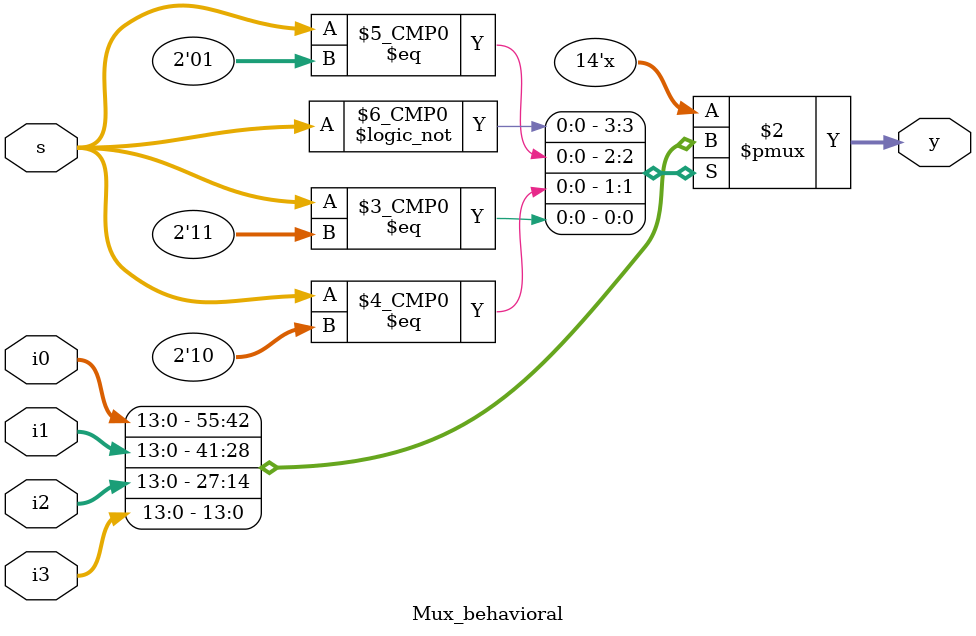
<source format=v>
`timescale 1ns / 1ps

module Mux_behavioral(
    input [13:0] i0,
    input [13:0] i1,
    input [13:0] i2,
    input [13:0] i3,
    input wire [1:0] s,
    output reg [13:0] y
    );
    
    always @(s) begin
        y = 1'b0;
            case(s)
            2'b00 : y = i0;
            2'b01 : y = i1;
            2'b10 : y = i2;
            2'b11 : y = i3;
            default : begin
                y = 0;
            end
            endcase
    end
    
endmodule

</source>
